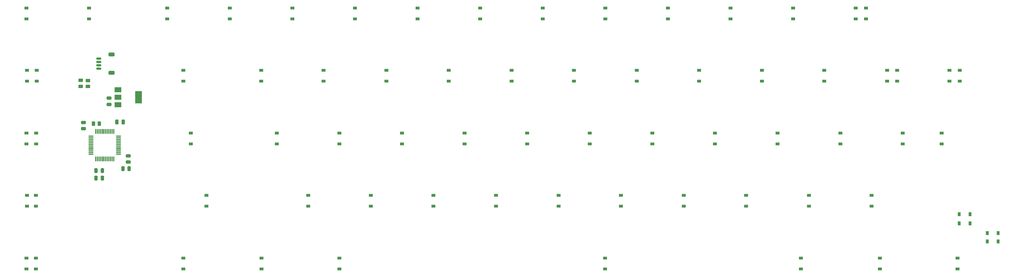
<source format=gbr>
%TF.GenerationSoftware,KiCad,Pcbnew,(6.0.7)*%
%TF.CreationDate,2022-08-26T15:14:46-04:00*%
%TF.ProjectId,thocc-master,74686f63-632d-46d6-9173-7465722e6b69,rev?*%
%TF.SameCoordinates,Original*%
%TF.FileFunction,Paste,Bot*%
%TF.FilePolarity,Positive*%
%FSLAX46Y46*%
G04 Gerber Fmt 4.6, Leading zero omitted, Abs format (unit mm)*
G04 Created by KiCad (PCBNEW (6.0.7)) date 2022-08-26 15:14:46*
%MOMM*%
%LPD*%
G01*
G04 APERTURE LIST*
G04 Aperture macros list*
%AMRoundRect*
0 Rectangle with rounded corners*
0 $1 Rounding radius*
0 $2 $3 $4 $5 $6 $7 $8 $9 X,Y pos of 4 corners*
0 Add a 4 corners polygon primitive as box body*
4,1,4,$2,$3,$4,$5,$6,$7,$8,$9,$2,$3,0*
0 Add four circle primitives for the rounded corners*
1,1,$1+$1,$2,$3*
1,1,$1+$1,$4,$5*
1,1,$1+$1,$6,$7*
1,1,$1+$1,$8,$9*
0 Add four rect primitives between the rounded corners*
20,1,$1+$1,$2,$3,$4,$5,0*
20,1,$1+$1,$4,$5,$6,$7,0*
20,1,$1+$1,$6,$7,$8,$9,0*
20,1,$1+$1,$8,$9,$2,$3,0*%
G04 Aperture macros list end*
%ADD10RoundRect,0.250000X0.250000X0.475000X-0.250000X0.475000X-0.250000X-0.475000X0.250000X-0.475000X0*%
%ADD11RoundRect,0.250000X0.475000X-0.250000X0.475000X0.250000X-0.475000X0.250000X-0.475000X-0.250000X0*%
%ADD12RoundRect,0.250000X-0.475000X0.250000X-0.475000X-0.250000X0.475000X-0.250000X0.475000X0.250000X0*%
%ADD13RoundRect,0.250000X-0.250000X-0.475000X0.250000X-0.475000X0.250000X0.475000X-0.250000X0.475000X0*%
%ADD14RoundRect,0.150000X-0.625000X0.150000X-0.625000X-0.150000X0.625000X-0.150000X0.625000X0.150000X0*%
%ADD15RoundRect,0.250000X-0.650000X0.350000X-0.650000X-0.350000X0.650000X-0.350000X0.650000X0.350000X0*%
%ADD16R,1.200000X0.900000*%
%ADD17R,2.000000X1.500000*%
%ADD18R,2.000000X3.800000*%
%ADD19RoundRect,0.075000X0.075000X-0.662500X0.075000X0.662500X-0.075000X0.662500X-0.075000X-0.662500X0*%
%ADD20RoundRect,0.075000X0.662500X-0.075000X0.662500X0.075000X-0.662500X0.075000X-0.662500X-0.075000X0*%
%ADD21R,0.900000X1.200000*%
%ADD22RoundRect,0.250000X-0.450000X0.262500X-0.450000X-0.262500X0.450000X-0.262500X0.450000X0.262500X0*%
%ADD23RoundRect,0.250000X0.262500X0.450000X-0.262500X0.450000X-0.262500X-0.450000X0.262500X-0.450000X0*%
G04 APERTURE END LIST*
D10*
%TO.C,C7*%
X232850000Y-130350000D03*
X230950000Y-130350000D03*
%TD*%
D11*
%TO.C,C6*%
X218950000Y-118200000D03*
X218950000Y-116300000D03*
%TD*%
D12*
%TO.C,C5*%
X232550000Y-126500000D03*
X232550000Y-128400000D03*
%TD*%
D10*
%TO.C,C4*%
X224650000Y-131000000D03*
X222750000Y-131000000D03*
%TD*%
D11*
%TO.C,C3*%
X226750000Y-110800000D03*
X226750000Y-108900000D03*
%TD*%
D13*
%TO.C,C2*%
X229100000Y-116150000D03*
X231000000Y-116150000D03*
%TD*%
%TO.C,C1*%
X222750000Y-133300000D03*
X224650000Y-133300000D03*
%TD*%
D14*
%TO.C,J1*%
X223600000Y-96900000D03*
X223600000Y-97900000D03*
X223600000Y-98900000D03*
X223600000Y-99900000D03*
D15*
X227475000Y-101200000D03*
X227475000Y-95600000D03*
%TD*%
D16*
%TO.C,D78*%
X461300000Y-160950000D03*
X461300000Y-157650000D03*
%TD*%
D17*
%TO.C,U1*%
X229400000Y-110950000D03*
D18*
X235700000Y-108650000D03*
D17*
X229400000Y-108650000D03*
X229400000Y-106350000D03*
%TD*%
D16*
%TO.C,D54*%
X287300000Y-141800000D03*
X287300000Y-138500000D03*
%TD*%
%TO.C,D4*%
X263450000Y-84750000D03*
X263450000Y-81450000D03*
%TD*%
%TO.C,D24*%
X311100000Y-103750000D03*
X311100000Y-100450000D03*
%TD*%
%TO.C,D25*%
X330100000Y-103750000D03*
X330100000Y-100450000D03*
%TD*%
%TO.C,D10*%
X377750000Y-84750000D03*
X377750000Y-81450000D03*
%TD*%
%TO.C,D27*%
X368200000Y-103750000D03*
X368200000Y-100450000D03*
%TD*%
%TO.C,D2*%
X220599000Y-84750000D03*
X220599000Y-81450000D03*
%TD*%
%TO.C,D1*%
X201549000Y-84750000D03*
X201549000Y-81450000D03*
%TD*%
D19*
%TO.C,U2*%
X228150000Y-127412500D03*
X227650000Y-127412500D03*
X227150000Y-127412500D03*
X226650000Y-127412500D03*
X226150000Y-127412500D03*
X225650000Y-127412500D03*
X225150000Y-127412500D03*
X224650000Y-127412500D03*
X224150000Y-127412500D03*
X223650000Y-127412500D03*
X223150000Y-127412500D03*
X222650000Y-127412500D03*
D20*
X221237500Y-126000000D03*
X221237500Y-125500000D03*
X221237500Y-125000000D03*
X221237500Y-124500000D03*
X221237500Y-124000000D03*
X221237500Y-123500000D03*
X221237500Y-123000000D03*
X221237500Y-122500000D03*
X221237500Y-122000000D03*
X221237500Y-121500000D03*
X221237500Y-121000000D03*
X221237500Y-120500000D03*
D19*
X222650000Y-119087500D03*
X223150000Y-119087500D03*
X223650000Y-119087500D03*
X224150000Y-119087500D03*
X224650000Y-119087500D03*
X225150000Y-119087500D03*
X225650000Y-119087500D03*
X226150000Y-119087500D03*
X226650000Y-119087500D03*
X227150000Y-119087500D03*
X227650000Y-119087500D03*
X228150000Y-119087500D03*
D20*
X229562500Y-120500000D03*
X229562500Y-121000000D03*
X229562500Y-121500000D03*
X229562500Y-122000000D03*
X229562500Y-122500000D03*
X229562500Y-123000000D03*
X229562500Y-123500000D03*
X229562500Y-124000000D03*
X229562500Y-124500000D03*
X229562500Y-125000000D03*
X229562500Y-125500000D03*
X229562500Y-126000000D03*
%TD*%
D21*
%TO.C,D66*%
X494000000Y-150000000D03*
X497300000Y-150000000D03*
%TD*%
D16*
%TO.C,D17*%
X485600000Y-103750000D03*
X485600000Y-100450000D03*
%TD*%
%TO.C,D37*%
X251600000Y-122850000D03*
X251600000Y-119550000D03*
%TD*%
%TO.C,D48*%
X449300000Y-122850000D03*
X449300000Y-119550000D03*
%TD*%
%TO.C,D16*%
X457100000Y-84750000D03*
X457100000Y-81450000D03*
%TD*%
D22*
%TO.C,R2*%
X220300000Y-103537500D03*
X220300000Y-105362500D03*
%TD*%
D16*
%TO.C,D59*%
X382500000Y-141800000D03*
X382500000Y-138500000D03*
%TD*%
%TO.C,D63*%
X458750000Y-141800000D03*
X458750000Y-138500000D03*
%TD*%
D21*
%TO.C,D82*%
X494000000Y-152550000D03*
X497300000Y-152550000D03*
%TD*%
D16*
%TO.C,D71*%
X273100000Y-160950000D03*
X273100000Y-157650000D03*
%TD*%
%TO.C,D62*%
X439700000Y-141800000D03*
X439700000Y-138500000D03*
%TD*%
%TO.C,D67*%
X201600000Y-160950000D03*
X201600000Y-157650000D03*
%TD*%
%TO.C,D77*%
X437300000Y-160950000D03*
X437300000Y-157650000D03*
%TD*%
%TO.C,D11*%
X396850000Y-84750000D03*
X396850000Y-81450000D03*
%TD*%
%TO.C,D30*%
X425400000Y-103750000D03*
X425400000Y-100450000D03*
%TD*%
%TO.C,D75*%
X377700000Y-160950000D03*
X377700000Y-157650000D03*
%TD*%
%TO.C,D5*%
X282500000Y-84750000D03*
X282500000Y-81450000D03*
%TD*%
%TO.C,D12*%
X415850000Y-84750000D03*
X415850000Y-81450000D03*
%TD*%
%TO.C,D57*%
X344450000Y-141800000D03*
X344450000Y-138500000D03*
%TD*%
%TO.C,D73*%
X296800000Y-160950000D03*
X296800000Y-157650000D03*
%TD*%
%TO.C,D3*%
X244400000Y-84750000D03*
X244400000Y-81450000D03*
%TD*%
%TO.C,D61*%
X420600000Y-141800000D03*
X420600000Y-138500000D03*
%TD*%
%TO.C,D34*%
X480100000Y-122850000D03*
X480100000Y-119550000D03*
%TD*%
%TO.C,D23*%
X292000000Y-103750000D03*
X292000000Y-100450000D03*
%TD*%
%TO.C,D58*%
X363500000Y-141800000D03*
X363500000Y-138500000D03*
%TD*%
%TO.C,D35*%
X201549000Y-122850000D03*
X201549000Y-119550000D03*
%TD*%
%TO.C,D36*%
X204500000Y-122850000D03*
X204500000Y-119550000D03*
%TD*%
%TO.C,D46*%
X411100000Y-122850000D03*
X411100000Y-119550000D03*
%TD*%
%TO.C,D14*%
X454000000Y-84750000D03*
X454000000Y-81450000D03*
%TD*%
%TO.C,D28*%
X387300000Y-103750000D03*
X387300000Y-100450000D03*
%TD*%
%TO.C,D51*%
X201700000Y-141800000D03*
X201700000Y-138500000D03*
%TD*%
%TO.C,D41*%
X315900000Y-122850000D03*
X315900000Y-119550000D03*
%TD*%
%TO.C,D32*%
X463500000Y-103750000D03*
X463500000Y-100450000D03*
%TD*%
%TO.C,D8*%
X339650000Y-84750000D03*
X339650000Y-81450000D03*
%TD*%
%TO.C,D80*%
X484950000Y-160950000D03*
X484950000Y-157650000D03*
%TD*%
%TO.C,D42*%
X334900000Y-122850000D03*
X334900000Y-119550000D03*
%TD*%
%TO.C,D21*%
X249300000Y-103750000D03*
X249300000Y-100450000D03*
%TD*%
%TO.C,D43*%
X354000000Y-122850000D03*
X354000000Y-119550000D03*
%TD*%
%TO.C,D45*%
X392100000Y-122850000D03*
X392100000Y-119550000D03*
%TD*%
%TO.C,D68*%
X204450000Y-160950000D03*
X204450000Y-157650000D03*
%TD*%
%TO.C,D19*%
X201700000Y-103750000D03*
X201700000Y-100450000D03*
%TD*%
%TO.C,D26*%
X349200000Y-103750000D03*
X349200000Y-100450000D03*
%TD*%
%TO.C,D39*%
X277800000Y-122850000D03*
X277800000Y-119550000D03*
%TD*%
%TO.C,D7*%
X320600000Y-84750000D03*
X320600000Y-81450000D03*
%TD*%
D23*
%TO.C,R1*%
X223762500Y-116650000D03*
X221937500Y-116650000D03*
%TD*%
D16*
%TO.C,D55*%
X306350000Y-141800000D03*
X306350000Y-138500000D03*
%TD*%
%TO.C,D31*%
X444400000Y-103750000D03*
X444400000Y-100450000D03*
%TD*%
%TO.C,D22*%
X273000000Y-103750000D03*
X273000000Y-100450000D03*
%TD*%
%TO.C,D60*%
X401600000Y-141800000D03*
X401600000Y-138500000D03*
%TD*%
%TO.C,D15*%
X466600000Y-103750000D03*
X466600000Y-100450000D03*
%TD*%
%TO.C,D53*%
X256350000Y-141800000D03*
X256350000Y-138500000D03*
%TD*%
%TO.C,D20*%
X204700000Y-103750000D03*
X204700000Y-100450000D03*
%TD*%
%TO.C,D6*%
X301550000Y-84750000D03*
X301550000Y-81450000D03*
%TD*%
%TO.C,D47*%
X430200000Y-122850000D03*
X430200000Y-119550000D03*
%TD*%
%TO.C,D56*%
X325400000Y-141800000D03*
X325400000Y-138500000D03*
%TD*%
%TO.C,D49*%
X468300000Y-122850000D03*
X468300000Y-119550000D03*
%TD*%
%TO.C,D69*%
X249300000Y-160950000D03*
X249300000Y-157650000D03*
%TD*%
%TO.C,D40*%
X296800000Y-122850000D03*
X296800000Y-119550000D03*
%TD*%
%TO.C,D52*%
X204450000Y-138500000D03*
X204450000Y-141800000D03*
%TD*%
%TO.C,D13*%
X434950000Y-84750000D03*
X434950000Y-81450000D03*
%TD*%
%TO.C,D9*%
X358700000Y-84750000D03*
X358700000Y-81450000D03*
%TD*%
D22*
%TO.C,R3*%
X218050000Y-103487500D03*
X218050000Y-105312500D03*
%TD*%
D16*
%TO.C,D29*%
X406300000Y-103750000D03*
X406300000Y-100450000D03*
%TD*%
%TO.C,D33*%
X482500000Y-103750000D03*
X482500000Y-100450000D03*
%TD*%
D21*
%TO.C,D50*%
X485500000Y-147050000D03*
X488800000Y-147050000D03*
%TD*%
D16*
%TO.C,D44*%
X373000000Y-122850000D03*
X373000000Y-119550000D03*
%TD*%
D21*
%TO.C,D64*%
X485500000Y-144300000D03*
X488800000Y-144300000D03*
%TD*%
M02*

</source>
